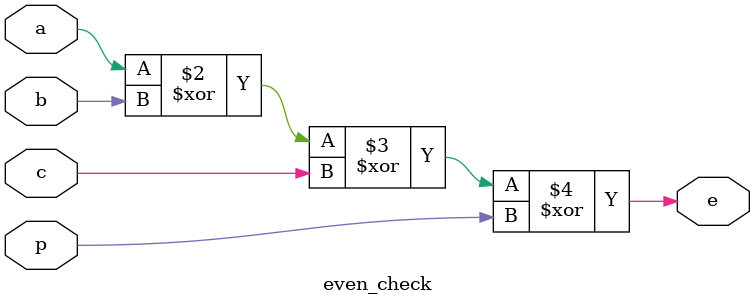
<source format=v>
module even_check(input a,b,c,p,output e);
  always @(a or b or c or p);
  assign e=(a^b^c^p);
endmodule

</source>
